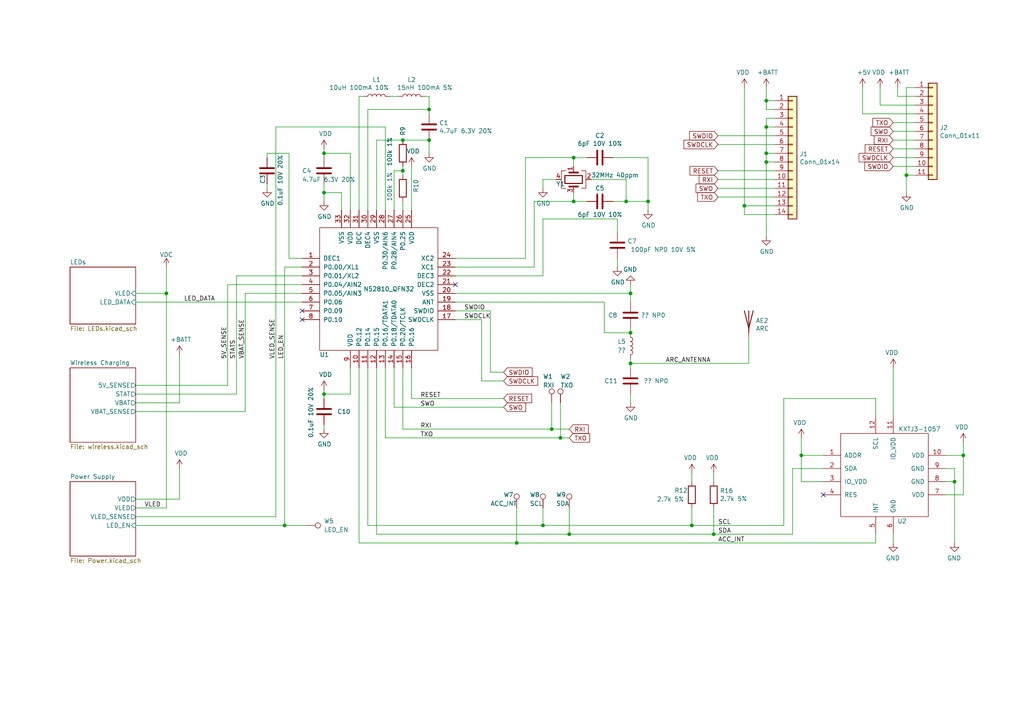
<source format=kicad_sch>
(kicad_sch (version 20211123) (generator eeschema)
  (paper "A4")
  (title_block (title "Pixels D20 Schematic, Main") (date "2021-06-23") (rev "2") (company "Systemic Games, LLC"))
  (lib_symbols
    (symbol "Connector_Generic:Conn_01x11" (pin_names (offset 1.016) hide)
      (property "Reference" "J" (at 0 15.24 0))
      (property "Value" "Conn_01x11" (at 0 -15.24 0))
      (symbol "Conn_01x11_1_1"
        (rectangle (start -1.27 -12.573) (end 0 -12.827) (stroke (width 0.1524)))
        (rectangle (start -1.27 -10.033) (end 0 -10.287) (stroke (width 0.1524)))
        (rectangle (start -1.27 -7.493) (end 0 -7.747) (stroke (width 0.1524)))
        (rectangle (start -1.27 -4.953) (end 0 -5.207) (stroke (width 0.1524)))
        (rectangle (start -1.27 -2.413) (end 0 -2.667) (stroke (width 0.1524)))
        (rectangle (start -1.27 0.127) (end 0 -0.127) (stroke (width 0.1524)))
        (rectangle (start -1.27 2.667) (end 0 2.413) (stroke (width 0.1524)))
        (rectangle (start -1.27 5.207) (end 0 4.953) (stroke (width 0.1524)))
        (rectangle (start -1.27 7.747) (end 0 7.493) (stroke (width 0.1524)))
        (rectangle (start -1.27 10.287) (end 0 10.033) (stroke (width 0.1524)))
        (rectangle (start -1.27 12.827) (end 0 12.573) (stroke (width 0.1524)))
        (rectangle (start -1.27 13.97) (end 1.27 -13.97) (stroke (width 0.254)) (fill (type background)))
        (pin passive line (at -5.08 12.7 0) (length 3.81) (name "Pin_1") (number "1"))
        (pin passive line (at -5.08 -10.16 0) (length 3.81) (name "Pin_10") (number "10"))
        (pin passive line (at -5.08 -12.7 0) (length 3.81) (name "Pin_11") (number "11"))
        (pin passive line (at -5.08 10.16 0) (length 3.81) (name "Pin_2") (number "2"))
        (pin passive line (at -5.08 7.62 0) (length 3.81) (name "Pin_3") (number "3"))
        (pin passive line (at -5.08 5.08 0) (length 3.81) (name "Pin_4") (number "4"))
        (pin passive line (at -5.08 2.54 0) (length 3.81) (name "Pin_5") (number "5"))
        (pin passive line (at -5.08 0 0) (length 3.81) (name "Pin_6") (number "6"))
        (pin passive line (at -5.08 -2.54 0) (length 3.81) (name "Pin_7") (number "7"))
        (pin passive line (at -5.08 -5.08 0) (length 3.81) (name "Pin_8") (number "8"))
        (pin passive line (at -5.08 -7.62 0) (length 3.81) (name "Pin_9") (number "9"))
      )
    )
    (symbol "Connector_Generic:Conn_01x14" (pin_names (offset 1.016) hide)
      (property "Reference" "J" (at 0 17.78 0))
      (property "Value" "Conn_01x14" (at 0 -20.32 0))
      (symbol "Conn_01x14_1_1"
        (rectangle (start -1.27 -17.653) (end 0 -17.907) (stroke (width 0.1524)))
        (rectangle (start -1.27 -15.113) (end 0 -15.367) (stroke (width 0.1524)))
        (rectangle (start -1.27 -12.573) (end 0 -12.827) (stroke (width 0.1524)))
        (rectangle (start -1.27 -10.033) (end 0 -10.287) (stroke (width 0.1524)))
        (rectangle (start -1.27 -7.493) (end 0 -7.747) (stroke (width 0.1524)))
        (rectangle (start -1.27 -4.953) (end 0 -5.207) (stroke (width 0.1524)))
        (rectangle (start -1.27 -2.413) (end 0 -2.667) (stroke (width 0.1524)))
        (rectangle (start -1.27 0.127) (end 0 -0.127) (stroke (width 0.1524)))
        (rectangle (start -1.27 2.667) (end 0 2.413) (stroke (width 0.1524)))
        (rectangle (start -1.27 5.207) (end 0 4.953) (stroke (width 0.1524)))
        (rectangle (start -1.27 7.747) (end 0 7.493) (stroke (width 0.1524)))
        (rectangle (start -1.27 10.287) (end 0 10.033) (stroke (width 0.1524)))
        (rectangle (start -1.27 12.827) (end 0 12.573) (stroke (width 0.1524)))
        (rectangle (start -1.27 15.367) (end 0 15.113) (stroke (width 0.1524)))
        (rectangle (start -1.27 16.51) (end 1.27 -19.05) (stroke (width 0.254)) (fill (type background)))
        (pin passive line (at -5.08 15.24 0) (length 3.81) (name "Pin_1") (number "1"))
        (pin passive line (at -5.08 -7.62 0) (length 3.81) (name "Pin_10") (number "10"))
        (pin passive line (at -5.08 -10.16 0) (length 3.81) (name "Pin_11") (number "11"))
        (pin passive line (at -5.08 -12.7 0) (length 3.81) (name "Pin_12") (number "12"))
        (pin passive line (at -5.08 -15.24 0) (length 3.81) (name "Pin_13") (number "13"))
        (pin passive line (at -5.08 -17.78 0) (length 3.81) (name "Pin_14") (number "14"))
        (pin passive line (at -5.08 12.7 0) (length 3.81) (name "Pin_2") (number "2"))
        (pin passive line (at -5.08 10.16 0) (length 3.81) (name "Pin_3") (number "3"))
        (pin passive line (at -5.08 7.62 0) (length 3.81) (name "Pin_4") (number "4"))
        (pin passive line (at -5.08 5.08 0) (length 3.81) (name "Pin_5") (number "5"))
        (pin passive line (at -5.08 2.54 0) (length 3.81) (name "Pin_6") (number "6"))
        (pin passive line (at -5.08 0 0) (length 3.81) (name "Pin_7") (number "7"))
        (pin passive line (at -5.08 -2.54 0) (length 3.81) (name "Pin_8") (number "8"))
        (pin passive line (at -5.08 -5.08 0) (length 3.81) (name "Pin_9") (number "9"))
      )
    )
    (symbol "Device:Antenna" (pin_numbers hide) (pin_names (offset 1.016) hide)
      (property "Reference" "AE" (at -1.905 1.905 0))
      (property "Value" "Antenna" (at -1.905 0 0))
      (symbol "Antenna_0_1"
        (polyline (pts (xy 0 2.54) (xy 0 -3.81)) (stroke (width 0.254)))
        (polyline (pts (xy 1.27 2.54) (xy 0 -2.54) (xy -1.27 2.54)) (stroke (width 0.254)))
      )
      (symbol "Antenna_1_1"
        (pin input line (at 0 -5.08 90) (length 2.54) (name "A") (number "1"))
      )
    )
    (symbol "Device:C" (pin_numbers hide) (pin_names (offset 0.254))
      (property "Reference" "C" (at 0.635 2.54 0))
      (property "Value" "C" (at 0.635 -2.54 0))
      (symbol "C_0_1"
        (polyline (pts (xy -2.032 -0.762) (xy 2.032 -0.762)) (stroke (width 0.508)))
        (polyline (pts (xy -2.032 0.762) (xy 2.032 0.762)) (stroke (width 0.508)))
      )
      (symbol "C_1_1"
        (pin passive line (at 0 3.81 270) (length 2.794) (name "~") (number "1"))
        (pin passive line (at 0 -3.81 90) (length 2.794) (name "~") (number "2"))
      )
    )
    (symbol "Device:Crystal_GND24" (pin_names (offset 1.016) hide)
      (property "Reference" "Y" (at 3.175 5.08 0))
      (property "Value" "Crystal_GND24" (at 3.175 3.175 0))
      (symbol "Crystal_GND24_0_1"
        (rectangle (start -1.143 2.54) (end 1.143 -2.54) (stroke (width 0.3048)))
        (polyline (pts (xy -2.54 0) (xy -2.032 0)))
        (polyline (pts (xy -2.032 -1.27) (xy -2.032 1.27)) (stroke (width 0.508)))
        (polyline (pts (xy 0 -3.81) (xy 0 -3.556)))
        (polyline (pts (xy 0 3.556) (xy 0 3.81)))
        (polyline (pts (xy 2.032 -1.27) (xy 2.032 1.27)) (stroke (width 0.508)))
        (polyline (pts (xy 2.032 0) (xy 2.54 0)))
        (polyline (pts (xy -2.54 -2.286) (xy -2.54 -3.556) (xy 2.54 -3.556) (xy 2.54 -2.286)))
        (polyline (pts (xy -2.54 2.286) (xy -2.54 3.556) (xy 2.54 3.556) (xy 2.54 2.286)))
      )
      (symbol "Crystal_GND24_1_1"
        (pin passive line (at -3.81 0 0) (length 1.27) (name "1") (number "1"))
        (pin passive line (at 0 5.08 270) (length 1.27) (name "2") (number "2"))
        (pin passive line (at 3.81 0 180) (length 1.27) (name "3") (number "3"))
        (pin passive line (at 0 -5.08 90) (length 1.27) (name "4") (number "4"))
      )
    )
    (symbol "Device:L" (pin_numbers hide) (pin_names (offset 1.016) hide)
      (property "Reference" "L" (at -1.27 0 90))
      (property "Value" "L" (at 1.905 0 90))
      (symbol "L_0_1"
        (arc (start 0 -2.54) (mid 0.635 -1.905) (end 0 -1.27))
        (arc (start 0 -1.27) (mid 0.635 -0.635) (end 0 0))
        (arc (start 0 0) (mid 0.635 0.635) (end 0 1.27))
        (arc (start 0 1.27) (mid 0.635 1.905) (end 0 2.54))
      )
      (symbol "L_1_1"
        (pin passive line (at 0 3.81 270) (length 1.27) (name "1") (number "1"))
        (pin passive line (at 0 -3.81 90) (length 1.27) (name "2") (number "2"))
      )
    )
    (symbol "Device:R" (pin_numbers hide) (pin_names (offset 0))
      (property "Reference" "R" (at 2.032 0 90))
      (property "Value" "R" (at 0 0 90))
      (symbol "R_0_1"
        (rectangle (start -1.016 -2.54) (end 1.016 2.54) (stroke (width 0.254)))
      )
      (symbol "R_1_1"
        (pin passive line (at 0 3.81 270) (length 1.27) (name "~") (number "1"))
        (pin passive line (at 0 -3.81 90) (length 1.27) (name "~") (number "2"))
      )
    )
    (symbol "Pixels-dice:KXTJ3-1057" (pin_names (offset 1.016))
      (property "Reference" "U" (at 10.16 -12.7 0))
      (property "Value" "KXTJ3-1057" (at 8.89 13.97 0))
      (symbol "KXTJ3-1057_0_1"
        (rectangle (start -12.7 12.7) (end 12.7 -11.43))
      )
      (symbol "KXTJ3-1057_1_1"
        (pin input line (at -17.78 6.35 0) (length 5.08) (name "ADDR") (number "1"))
        (pin power_in line (at 17.78 6.35 180) (length 5.08) (name "VDD") (number "10"))
        (pin power_in line (at 2.54 17.78 270) (length 5.08) (name "IO_VDD") (number "11"))
        (pin input line (at -2.54 17.78 270) (length 5.08) (name "SCL") (number "12"))
        (pin bidirectional line (at -17.78 2.54 0) (length 5.08) (name "SDA") (number "2"))
        (pin power_in line (at -17.78 -1.27 0) (length 5.08) (name "IO_VDD") (number "3"))
        (pin passive line (at -17.78 -5.08 0) (length 5.08) (name "RES") (number "4"))
        (pin output line (at -2.54 -16.51 90) (length 5.08) (name "INT") (number "5"))
        (pin power_in line (at 2.54 -16.51 90) (length 5.08) (name "GND") (number "6"))
        (pin power_in line (at 17.78 -5.08 180) (length 5.08) (name "VDD") (number "7"))
        (pin power_in line (at 17.78 -1.27 180) (length 5.08) (name "GND") (number "8"))
        (pin power_in line (at 17.78 2.54 180) (length 5.08) (name "GND") (number "9"))
      )
    )
    (symbol "Pixels-dice:N52810_QFN32" (pin_names (offset 1.016))
      (property "Reference" "U" (at 13.97 -19.05 0))
      (property "Value" "N52810_QFN32" (at 2.54 0 0))
      (symbol "N52810_QFN32_0_1"
        (rectangle (start -17.78 17.78) (end 16.51 -17.78))
      )
      (symbol "N52810_QFN32_1_1"
        (pin power_out line (at -22.86 8.89 0) (length 5.08) (name "DEC1") (number "1"))
        (pin bidirectional line (at -6.35 -22.86 90) (length 5.08) (name "P0.12") (number "10"))
        (pin bidirectional line (at -3.81 -22.86 90) (length 5.08) (name "P0.14") (number "11"))
        (pin bidirectional line (at -1.27 -22.86 90) (length 5.08) (name "P0.15") (number "12"))
        (pin bidirectional line (at 1.27 -22.86 90) (length 5.08) (name "P0.16/TDATA1") (number "13"))
        (pin bidirectional line (at 3.81 -22.86 90) (length 5.08) (name "P0.18/TDATA0") (number "14"))
        (pin bidirectional line (at 6.35 -22.86 90) (length 5.08) (name "P0.20/TCLK") (number "15"))
        (pin bidirectional line (at 8.89 -22.86 90) (length 5.08) (name "P0.16") (number "16"))
        (pin bidirectional line (at 21.59 -8.89 180) (length 5.08) (name "SWDCLK") (number "17"))
        (pin bidirectional line (at 21.59 -6.35 180) (length 5.08) (name "SWDIO") (number "18"))
        (pin output line (at 21.59 -3.81 180) (length 5.08) (name "ANT") (number "19"))
        (pin bidirectional line (at -22.86 6.35 0) (length 5.08) (name "P0.00/XL1") (number "2"))
        (pin output line (at 21.59 -1.27 180) (length 5.08) (name "VSS") (number "20"))
        (pin output line (at 21.59 1.27 180) (length 5.08) (name "DEC2") (number "21"))
        (pin output line (at 21.59 3.81 180) (length 5.08) (name "DEC3") (number "22"))
        (pin output line (at 21.59 6.35 180) (length 5.08) (name "XC1") (number "23"))
        (pin input line (at 21.59 8.89 180) (length 5.08) (name "XC2") (number "24"))
        (pin power_in line (at 8.89 22.86 270) (length 5.08) (name "VDD") (number "25"))
        (pin bidirectional line (at 6.35 22.86 270) (length 5.08) (name "P0.25") (number "26"))
        (pin bidirectional line (at 3.81 22.86 270) (length 5.08) (name "P0.28/AIN4") (number "27"))
        (pin bidirectional line (at 1.27 22.86 270) (length 5.08) (name "P0.30/AIN6") (number "28"))
        (pin power_in line (at -1.27 22.86 270) (length 5.08) (name "VSS") (number "29"))
        (pin bidirectional line (at -22.86 3.81 0) (length 5.08) (name "P0.01/XL2") (number "3"))
        (pin output line (at -3.81 22.86 270) (length 5.08) (name "DEC4") (number "30"))
        (pin output line (at -6.35 22.86 270) (length 5.08) (name "DCC") (number "31"))
        (pin power_in line (at -8.89 22.86 270) (length 5.08) (name "VDD") (number "32"))
        (pin power_in line (at -11.43 22.86 270) (length 5.08) (name "VSS") (number "33"))
        (pin bidirectional line (at -22.86 1.27 0) (length 5.08) (name "P0.04/AIN2") (number "4"))
        (pin bidirectional line (at -22.86 -1.27 0) (length 5.08) (name "P0.05/AIN3") (number "5"))
        (pin bidirectional line (at -22.86 -3.81 0) (length 5.08) (name "P0.06") (number "6"))
        (pin bidirectional line (at -22.86 -6.35 0) (length 5.08) (name "P0.09") (number "7"))
        (pin bidirectional line (at -22.86 -8.89 0) (length 5.08) (name "P0.10") (number "8"))
        (pin power_in line (at -8.89 -22.86 90) (length 5.08) (name "VDD") (number "9"))
      )
    )
    (symbol "Pixels-dice:TEST_1P-conn" (pin_numbers hide) (pin_names (offset 0.762) hide)
      (property "Reference" "W" (at 0 6.858 0))
      (property "Value" "TEST_1P-conn" (at 0 5.08 0))
      (symbol "TEST_1P-conn_0_1"
        (circle (center 0 3.302) (radius 0.762))
      )
      (symbol "TEST_1P-conn_1_1"
        (pin passive line (at 0 0 90) (length 2.54) (name "1") (number "1"))
      )
    )
    (symbol "power:+5V" (power) (pin_names (offset 0))
      (property "Value" "+5V" (at 0 3.556 0))
      (symbol "+5V_0_1"
        (polyline (pts (xy -0.762 1.27) (xy 0 2.54)))
        (polyline (pts (xy 0 0) (xy 0 2.54)))
        (polyline (pts (xy 0 2.54) (xy 0.762 1.27)))
      )
      (symbol "+5V_1_1"
        (pin power_in line (at 0 0 90) (length 0) hide (name "+5V") (number "1"))
      )
    )
    (symbol "power:+BATT" (power) (pin_names (offset 0))
      (property "Value" "+BATT" (at 0 3.556 0))
      (symbol "+BATT_0_1"
        (polyline (pts (xy -0.762 1.27) (xy 0 2.54)))
        (polyline (pts (xy 0 0) (xy 0 2.54)))
        (polyline (pts (xy 0 2.54) (xy 0.762 1.27)))
      )
      (symbol "+BATT_1_1"
        (pin power_in line (at 0 0 90) (length 0) hide (name "+BATT") (number "1"))
      )
    )
    (symbol "power:GND" (power) (pin_names (offset 0))
      (property "Value" "GND" (at 0 -3.81 0))
      (symbol "GND_0_1"
        (polyline (pts (xy 0 0) (xy 0 -1.27) (xy 1.27 -1.27) (xy 0 -2.54) (xy -1.27 -1.27) (xy 0 -1.27)))
      )
      (symbol "GND_1_1"
        (pin power_in line (at 0 0 270) (length 0) hide (name "GND") (number "1"))
      )
    )
    (symbol "power:VDC" (power) (pin_names (offset 0))
      (property "Value" "VDC" (at 0 6.35 0))
      (symbol "VDC_0_1"
        (polyline (pts (xy -0.762 1.27) (xy 0 2.54)))
        (polyline (pts (xy 0 0) (xy 0 2.54)))
        (polyline (pts (xy 0 2.54) (xy 0.762 1.27)))
      )
      (symbol "VDC_1_1"
        (pin power_in line (at 0 0 90) (length 0) hide (name "VDC") (number "1"))
      )
    )
    (symbol "power:VDD" (power) (pin_names (offset 0))
      (property "Value" "VDD" (at 0 3.81 0))
      (symbol "VDD_0_1"
        (polyline (pts (xy -0.762 1.27) (xy 0 2.54)))
        (polyline (pts (xy 0 0) (xy 0 2.54)))
        (polyline (pts (xy 0 2.54) (xy 0.762 1.27)))
      )
      (symbol "VDD_1_1"
        (pin power_in line (at 0 0 90) (length 0) hide (name "VDD") (number "1"))
      )
    )
  )
  (junction (at 279.4 132.08))
  (junction (at 182.88 96.52))
  (junction (at 181.61 58.42))
  (junction (at 276.86 139.7))
  (junction (at 93.98 55.88))
  (junction (at 93.98 44.45))
  (junction (at 124.46 40.64))
  (junction (at 116.84 49.53))
  (junction (at 262.89 50.8))
  (junction (at 166.37 58.42))
  (junction (at 149.86 157.48))
  (junction (at 165.1 154.94))
  (junction (at 207.01 154.94))
  (junction (at 222.25 36.83))
  (junction (at 93.98 114.3))
  (junction (at 124.46 31.75))
  (junction (at 182.88 85.09))
  (junction (at 182.88 105.41))
  (junction (at 82.55 152.4))
  (junction (at 222.25 44.45))
  (junction (at 116.84 40.64))
  (junction (at 222.25 29.21))
  (junction (at 187.96 58.42))
  (junction (at 222.25 46.99))
  (junction (at 48.26 85.09))
  (junction (at 162.56 127))
  (junction (at 232.41 132.08))
  (junction (at 215.9 59.69))
  (junction (at 157.48 152.4))
  (junction (at 160.02 124.46))
  (junction (at 200.66 152.4))
  (junction (at 166.37 45.72))
  (no_connect (at 87.63 92.71))
  (no_connect (at 132.08 82.55))
  (no_connect (at 87.63 90.17))
  (no_connect (at 238.76 143.51))
  (wire (pts (xy 99.06 55.88) (xy 93.98 55.88)))
  (wire (pts (xy 99.06 60.96) (xy 99.06 55.88)))
  (wire (pts (xy 222.25 34.29) (xy 222.25 36.83)))
  (wire (pts (xy 207.01 137.16) (xy 207.01 139.7)))
  (wire (pts (xy 149.86 147.32) (xy 149.86 157.48)))
  (wire (pts (xy 109.22 40.64) (xy 109.22 60.96)))
  (wire (pts (xy 181.61 52.07) (xy 181.61 58.42)))
  (wire (pts (xy 250.19 25.4) (xy 250.19 33.02)))
  (wire (pts (xy 68.58 80.01) (xy 68.58 114.3)))
  (wire (pts (xy 154.94 77.47) (xy 154.94 58.42)))
  (wire (pts (xy 93.98 44.45) (xy 93.98 45.72)))
  (wire (pts (xy 232.41 139.7) (xy 232.41 132.08)))
  (wire (pts (xy 279.4 143.51) (xy 274.32 143.51)))
  (wire (pts (xy 101.6 44.45) (xy 93.98 44.45)))
  (wire (pts (xy 177.8 58.42) (xy 181.61 58.42)))
  (wire (pts (xy 157.48 80.01) (xy 132.08 80.01)))
  (wire (pts (xy 139.7 110.49) (xy 146.05 110.49)))
  (wire (pts (xy 132.08 74.93) (xy 152.4 74.93)))
  (wire (pts (xy 238.76 135.89) (xy 229.87 135.89)))
  (wire (pts (xy 207.01 147.32) (xy 207.01 154.94)))
  (wire (pts (xy 187.96 45.72) (xy 187.96 58.42)))
  (wire (pts (xy 224.79 46.99) (xy 222.25 46.99)))
  (wire (pts (xy 160.02 124.46) (xy 165.1 124.46)))
  (wire (pts (xy 166.37 45.72) (xy 170.18 45.72)))
  (wire (pts (xy 259.08 154.94) (xy 259.08 157.48)))
  (wire (pts (xy 39.37 114.3) (xy 68.58 114.3)))
  (wire (pts (xy 255.27 30.48) (xy 265.43 30.48)))
  (wire (pts (xy 132.08 87.63) (xy 175.26 87.63)))
  (wire (pts (xy 208.28 41.91) (xy 224.79 41.91)))
  (wire (pts (xy 39.37 147.32) (xy 48.26 147.32)))
  (wire (pts (xy 215.9 59.69) (xy 215.9 62.23)))
  (wire (pts (xy 116.84 124.46) (xy 116.84 106.68)))
  (wire (pts (xy 162.56 127) (xy 165.1 127)))
  (wire (pts (xy 260.35 25.4) (xy 260.35 27.94)))
  (wire (pts (xy 80.01 36.83) (xy 111.76 36.83)))
  (wire (pts (xy 111.76 36.83) (xy 111.76 60.96)))
  (wire (pts (xy 262.89 25.4) (xy 262.89 50.8)))
  (wire (pts (xy 124.46 40.64) (xy 124.46 44.45)))
  (wire (pts (xy 39.37 111.76) (xy 66.04 111.76)))
  (wire (pts (xy 93.98 114.3) (xy 93.98 115.57)))
  (wire (pts (xy 132.08 85.09) (xy 182.88 85.09)))
  (wire (pts (xy 259.08 40.64) (xy 265.43 40.64)))
  (wire (pts (xy 149.86 157.48) (xy 254 157.48)))
  (wire (pts (xy 66.04 82.55) (xy 66.04 111.76)))
  (wire (pts (xy 224.79 59.69) (xy 215.9 59.69)))
  (wire (pts (xy 274.32 139.7) (xy 276.86 139.7)))
  (wire (pts (xy 175.26 96.52) (xy 182.88 96.52)))
  (wire (pts (xy 152.4 74.93) (xy 152.4 45.72)))
  (wire (pts (xy 217.17 105.41) (xy 217.17 97.79)))
  (wire (pts (xy 106.68 106.68) (xy 106.68 152.4)))
  (wire (pts (xy 182.88 104.14) (xy 182.88 105.41)))
  (wire (pts (xy 132.08 90.17) (xy 142.24 90.17)))
  (wire (pts (xy 114.3 106.68) (xy 114.3 118.11)))
  (wire (pts (xy 101.6 60.96) (xy 101.6 44.45)))
  (wire (pts (xy 254 120.65) (xy 254 115.57)))
  (wire (pts (xy 222.25 31.75) (xy 224.79 31.75)))
  (wire (pts (xy 93.98 114.3) (xy 93.98 113.03)))
  (wire (pts (xy 142.24 107.95) (xy 146.05 107.95)))
  (wire (pts (xy 222.25 29.21) (xy 222.25 31.75)))
  (wire (pts (xy 161.29 52.07) (xy 157.48 52.07)))
  (wire (pts (xy 160.02 116.84) (xy 160.02 124.46)))
  (wire (pts (xy 259.08 45.72) (xy 265.43 45.72)))
  (wire (pts (xy 222.25 44.45) (xy 222.25 46.99)))
  (wire (pts (xy 124.46 31.75) (xy 124.46 33.02)))
  (wire (pts (xy 52.07 144.78) (xy 52.07 135.89)))
  (wire (pts (xy 104.14 60.96) (xy 104.14 27.94)))
  (wire (pts (xy 114.3 60.96) (xy 114.3 49.53)))
  (wire (pts (xy 39.37 87.63) (xy 87.63 87.63)))
  (wire (pts (xy 123.19 27.94) (xy 124.46 27.94)))
  (wire (pts (xy 124.46 31.75) (xy 106.68 31.75)))
  (wire (pts (xy 165.1 154.94) (xy 207.01 154.94)))
  (wire (pts (xy 208.28 49.53) (xy 224.79 49.53)))
  (wire (pts (xy 232.41 132.08) (xy 238.76 132.08)))
  (wire (pts (xy 177.8 45.72) (xy 187.96 45.72)))
  (wire (pts (xy 222.25 36.83) (xy 222.25 44.45)))
  (wire (pts (xy 39.37 85.09) (xy 48.26 85.09)))
  (wire (pts (xy 274.32 135.89) (xy 276.86 135.89)))
  (wire (pts (xy 279.4 132.08) (xy 279.4 143.51)))
  (wire (pts (xy 114.3 49.53) (xy 116.84 49.53)))
  (wire (pts (xy 154.94 58.42) (xy 166.37 58.42)))
  (wire (pts (xy 232.41 132.08) (xy 232.41 127)))
  (wire (pts (xy 101.6 114.3) (xy 93.98 114.3)))
  (wire (pts (xy 111.76 127) (xy 162.56 127)))
  (wire (pts (xy 227.33 115.57) (xy 227.33 152.4)))
  (wire (pts (xy 276.86 139.7) (xy 276.86 157.48)))
  (wire (pts (xy 82.55 77.47) (xy 82.55 152.4)))
  (wire (pts (xy 200.66 137.16) (xy 200.66 139.7)))
  (wire (pts (xy 88.9 152.4) (xy 82.55 152.4)))
  (wire (pts (xy 222.25 34.29) (xy 224.79 34.29)))
  (wire (pts (xy 166.37 58.42) (xy 170.18 58.42)))
  (wire (pts (xy 215.9 62.23) (xy 224.79 62.23)))
  (wire (pts (xy 222.25 46.99) (xy 222.25 68.58)))
  (wire (pts (xy 182.88 82.55) (xy 182.88 85.09)))
  (wire (pts (xy 116.84 124.46) (xy 160.02 124.46)))
  (wire (pts (xy 179.07 63.5) (xy 179.07 67.31)))
  (wire (pts (xy 262.89 55.88) (xy 262.89 50.8)))
  (wire (pts (xy 259.08 48.26) (xy 265.43 48.26)))
  (wire (pts (xy 119.38 106.68) (xy 119.38 115.57)))
  (wire (pts (xy 208.28 57.15) (xy 224.79 57.15)))
  (wire (pts (xy 157.48 152.4) (xy 200.66 152.4)))
  (wire (pts (xy 152.4 45.72) (xy 166.37 45.72)))
  (wire (pts (xy 39.37 144.78) (xy 52.07 144.78)))
  (wire (pts (xy 259.08 38.1) (xy 265.43 38.1)))
  (wire (pts (xy 39.37 119.38) (xy 71.12 119.38)))
  (wire (pts (xy 124.46 27.94) (xy 124.46 31.75)))
  (wire (pts (xy 48.26 85.09) (xy 48.26 147.32)))
  (wire (pts (xy 82.55 77.47) (xy 87.63 77.47)))
  (wire (pts (xy 200.66 152.4) (xy 227.33 152.4)))
  (wire (pts (xy 109.22 154.94) (xy 165.1 154.94)))
  (wire (pts (xy 119.38 48.26) (xy 119.38 60.96)))
  (wire (pts (xy 82.55 152.4) (xy 39.37 152.4)))
  (wire (pts (xy 208.28 54.61) (xy 224.79 54.61)))
  (wire (pts (xy 87.63 82.55) (xy 66.04 82.55)))
  (wire (pts (xy 116.84 58.42) (xy 116.84 60.96)))
  (wire (pts (xy 182.88 105.41) (xy 182.88 106.68)))
  (wire (pts (xy 116.84 40.64) (xy 124.46 40.64)))
  (wire (pts (xy 104.14 27.94) (xy 105.41 27.94)))
  (wire (pts (xy 250.19 33.02) (xy 265.43 33.02)))
  (wire (pts (xy 260.35 27.94) (xy 265.43 27.94)))
  (wire (pts (xy 87.63 80.01) (xy 68.58 80.01)))
  (wire (pts (xy 104.14 157.48) (xy 149.86 157.48)))
  (wire (pts (xy 139.7 92.71) (xy 139.7 110.49)))
  (wire (pts (xy 39.37 149.86) (xy 80.01 149.86)))
  (wire (pts (xy 171.45 52.07) (xy 181.61 52.07)))
  (wire (pts (xy 93.98 44.45) (xy 93.98 43.18)))
  (wire (pts (xy 93.98 55.88) (xy 93.98 58.42)))
  (wire (pts (xy 48.26 85.09) (xy 48.26 77.47)))
  (wire (pts (xy 175.26 87.63) (xy 175.26 96.52)))
  (wire (pts (xy 132.08 92.71) (xy 139.7 92.71)))
  (wire (pts (xy 165.1 147.32) (xy 165.1 154.94)))
  (wire (pts (xy 229.87 135.89) (xy 229.87 154.94)))
  (wire (pts (xy 224.79 44.45) (xy 222.25 44.45)))
  (wire (pts (xy 77.47 53.34) (xy 77.47 54.61)))
  (wire (pts (xy 146.05 115.57) (xy 119.38 115.57)))
  (wire (pts (xy 265.43 25.4) (xy 262.89 25.4)))
  (wire (pts (xy 116.84 49.53) (xy 116.84 50.8)))
  (wire (pts (xy 222.25 25.4) (xy 222.25 29.21)))
  (wire (pts (xy 162.56 116.84) (xy 162.56 127)))
  (wire (pts (xy 157.48 147.32) (xy 157.48 152.4)))
  (wire (pts (xy 83.82 44.45) (xy 77.47 44.45)))
  (wire (pts (xy 182.88 95.25) (xy 182.88 96.52)))
  (wire (pts (xy 182.88 105.41) (xy 217.17 105.41)))
  (wire (pts (xy 142.24 90.17) (xy 142.24 107.95)))
  (wire (pts (xy 109.22 40.64) (xy 116.84 40.64)))
  (wire (pts (xy 279.4 128.27) (xy 279.4 132.08)))
  (wire (pts (xy 87.63 74.93) (xy 83.82 74.93)))
  (wire (pts (xy 93.98 53.34) (xy 93.98 55.88)))
  (wire (pts (xy 157.48 63.5) (xy 157.48 80.01)))
  (wire (pts (xy 254 154.94) (xy 254 157.48)))
  (wire (pts (xy 106.68 31.75) (xy 106.68 60.96)))
  (wire (pts (xy 71.12 85.09) (xy 71.12 119.38)))
  (wire (pts (xy 181.61 58.42) (xy 187.96 58.42)))
  (wire (pts (xy 83.82 74.93) (xy 83.82 44.45)))
  (wire (pts (xy 259.08 43.18) (xy 265.43 43.18)))
  (wire (pts (xy 207.01 154.94) (xy 229.87 154.94)))
  (wire (pts (xy 255.27 25.4) (xy 255.27 30.48)))
  (wire (pts (xy 116.84 48.26) (xy 116.84 49.53)))
  (wire (pts (xy 259.08 35.56) (xy 265.43 35.56)))
  (wire (pts (xy 80.01 36.83) (xy 80.01 149.86)))
  (wire (pts (xy 39.37 116.84) (xy 52.07 116.84)))
  (wire (pts (xy 182.88 85.09) (xy 182.88 87.63)))
  (wire (pts (xy 104.14 106.68) (xy 104.14 157.48)))
  (wire (pts (xy 179.07 74.93) (xy 179.07 77.47)))
  (wire (pts (xy 157.48 52.07) (xy 157.48 54.61)))
  (wire (pts (xy 113.03 27.94) (xy 115.57 27.94)))
  (wire (pts (xy 187.96 58.42) (xy 187.96 60.96)))
  (wire (pts (xy 166.37 55.88) (xy 166.37 58.42)))
  (wire (pts (xy 208.28 39.37) (xy 224.79 39.37)))
  (wire (pts (xy 166.37 48.26) (xy 166.37 45.72)))
  (wire (pts (xy 279.4 132.08) (xy 274.32 132.08)))
  (wire (pts (xy 254 115.57) (xy 227.33 115.57)))
  (wire (pts (xy 179.07 63.5) (xy 157.48 63.5)))
  (wire (pts (xy 238.76 139.7) (xy 232.41 139.7)))
  (wire (pts (xy 146.05 118.11) (xy 114.3 118.11)))
  (wire (pts (xy 262.89 50.8) (xy 265.43 50.8)))
  (wire (pts (xy 77.47 44.45) (xy 77.47 45.72)))
  (wire (pts (xy 224.79 36.83) (xy 222.25 36.83)))
  (wire (pts (xy 111.76 127) (xy 111.76 106.68)))
  (wire (pts (xy 109.22 106.68) (xy 109.22 154.94)))
  (wire (pts (xy 215.9 25.4) (xy 215.9 59.69)))
  (wire (pts (xy 276.86 135.89) (xy 276.86 139.7)))
  (wire (pts (xy 259.08 106.68) (xy 259.08 120.65)))
  (wire (pts (xy 182.88 114.3) (xy 182.88 116.84)))
  (wire (pts (xy 222.25 29.21) (xy 224.79 29.21)))
  (wire (pts (xy 132.08 77.47) (xy 154.94 77.47)))
  (wire (pts (xy 200.66 147.32) (xy 200.66 152.4)))
  (wire (pts (xy 101.6 106.68) (xy 101.6 114.3)))
  (wire (pts (xy 52.07 102.87) (xy 52.07 116.84)))
  (wire (pts (xy 87.63 85.09) (xy 71.12 85.09)))
  (wire (pts (xy 208.28 52.07) (xy 224.79 52.07)))
  (wire (pts (xy 106.68 152.4) (xy 157.48 152.4)))
  (wire (pts (xy 93.98 123.19) (xy 93.98 124.46)))
  (label "VLED_SENSE" (at 80.01 104.14 90))
  (label "TXO" (at 121.92 127 0))
  (label "ACC_INT" (at 208.28 157.48 0))
  (label "SWDCLK" (at 134.62 92.71 0))
  (label "VBAT_SENSE" (at 71.12 104.14 90))
  (label "5V_SENSE" (at 66.04 104.14 90))
  (label "SDA" (at 208.28 154.94 0))
  (label "LED_EN" (at 82.55 104.14 90))
  (label "ARC_ANTENNA" (at 193.04 105.41 0))
  (label "RXI" (at 121.92 124.46 0))
  (label "SWDIO" (at 134.62 90.17 0))
  (label "SWO" (at 121.92 118.11 0))
  (label "LED_DATA" (at 53.34 87.63 0))
  (label "RESET" (at 121.92 115.57 0))
  (label "SCL" (at 208.28 152.4 0))
  (label "VLED" (at 41.91 147.32 0))
  (label "STATS" (at 68.58 104.14 90))
  (global_label "TXO" (shape input) (at 165.1 127 0) (property "Intersheet References" "${INTERSHEET_REFS}" (effects hide)))
  (global_label "RXI" (shape input) (at 259.08 40.64 180) (property "Intersheet References" "${INTERSHEET_REFS}" (effects hide)))
  (global_label "RESET" (shape input) (at 259.08 43.18 180) (property "Intersheet References" "${INTERSHEET_REFS}" (effects hide)))
  (global_label "RESET" (shape input) (at 208.28 49.53 180) (property "Intersheet References" "${INTERSHEET_REFS}" (effects hide)))
  (global_label "SWDIO" (shape input) (at 146.05 107.95 0) (property "Intersheet References" "${INTERSHEET_REFS}" (effects hide)))
  (global_label "RXI" (shape input) (at 208.28 52.07 180) (property "Intersheet References" "${INTERSHEET_REFS}" (effects hide)))
  (global_label "SWDCLK" (shape input) (at 259.08 45.72 180) (property "Intersheet References" "${INTERSHEET_REFS}" (effects hide)))
  (global_label "TXO" (shape input) (at 259.08 35.56 180) (property "Intersheet References" "${INTERSHEET_REFS}" (effects hide)))
  (global_label "SWO" (shape input) (at 146.05 118.11 0) (property "Intersheet References" "${INTERSHEET_REFS}" (effects hide)))
  (global_label "SWDCLK" (shape input) (at 146.05 110.49 0) (property "Intersheet References" "${INTERSHEET_REFS}" (effects hide)))
  (global_label "TXO" (shape input) (at 208.28 57.15 180) (property "Intersheet References" "${INTERSHEET_REFS}" (effects hide)))
  (global_label "RESET" (shape input) (at 146.05 115.57 0) (property "Intersheet References" "${INTERSHEET_REFS}" (effects hide)))
  (global_label "SWDIO" (shape input) (at 259.08 48.26 180) (property "Intersheet References" "${INTERSHEET_REFS}" (effects hide)))
  (global_label "SWO" (shape input) (at 208.28 54.61 180) (property "Intersheet References" "${INTERSHEET_REFS}" (effects hide)))
  (global_label "RXI" (shape input) (at 165.1 124.46 0) (property "Intersheet References" "${INTERSHEET_REFS}" (effects hide)))
  (global_label "SWDCLK" (shape input) (at 208.28 41.91 180) (property "Intersheet References" "${INTERSHEET_REFS}" (effects hide)))
  (global_label "SWO" (shape input) (at 259.08 38.1 180) (property "Intersheet References" "${INTERSHEET_REFS}" (effects hide)))
  (global_label "SWDIO" (shape input) (at 208.28 39.37 180) (property "Intersheet References" "${INTERSHEET_REFS}" (effects hide)))
  (symbol (lib_id "power:GND") (at 93.98 124.46 0) (unit 1)
    (property "Reference" "#PWR016" (effects hide))
    (property "Value" "GND" (at 94.107 128.8542 0))
  )
  (symbol (lib_id "power:VDD") (at 93.98 113.03 0) (unit 1)
    (property "Reference" "#PWR014" (effects hide))
    (property "Value" "VDD" (at 94.4118 108.6358 0))
  )
  (symbol (lib_id "Device:C") (at 93.98 119.38 0) (unit 1)
    (property "Reference" "C10" (at 97.79 119.38 0) (effects (justify left)))
    (property "Value" "0.1uF 10V 20%" (at 90.17 127 90) (effects (justify left)))
    (property "Footprint" "Capacitor_SMD:C_0402_1005Metric" (effects hide))
    (property "Generic OK" "YES" (effects hide))
    (property "Pixels Part Number" "SMD-C005" (effects hide))
    (property "Manufacturer" "Murata" (effects hide))
    (property "Manufacturer Part Number" "GRM155R61H104KE19D" (effects hide))
  )
  (symbol (lib_id "power:GND") (at 93.98 58.42 0) (unit 1)
    (property "Reference" "#PWR08" (effects hide))
    (property "Value" "GND" (at 94.107 62.8142 0))
  )
  (symbol (lib_id "power:VDD") (at 93.98 43.18 0) (unit 1)
    (property "Reference" "#PWR01" (effects hide))
    (property "Value" "VDD" (at 94.4118 38.7858 0))
  )
  (symbol (lib_id "Device:C") (at 93.98 49.53 0) (unit 1)
    (property "Reference" "C4" (at 87.63 49.53 0) (effects (justify left)))
    (property "Value" "4.7uF 6.3V 20%" (at 87.63 52.07 0) (effects (justify left)))
    (property "Footprint" "Capacitor_SMD:C_0402_1005Metric" (effects hide))
    (property "Generic OK" "YES" (effects hide))
    (property "Pixels Part Number" "SMD-C002" (effects hide))
    (property "Manufacturer" "Murata" (effects hide))
    (property "Manufacturer Part Number" "GRM155R60J475ME87D" (effects hide))
  )
  (symbol (lib_id "power:GND") (at 77.47 54.61 0) (unit 1)
    (property "Reference" "#PWR05" (effects hide))
    (property "Value" "GND" (at 77.597 59.0042 0))
  )
  (symbol (lib_id "Device:C") (at 77.47 49.53 0) (unit 1)
    (property "Reference" "C3" (at 76.2 53.34 90) (effects (justify left)))
    (property "Value" "0.1uF 10V 20%" (at 81.28 59.69 90) (effects (justify left)))
    (property "Footprint" "Capacitor_SMD:C_0402_1005Metric" (effects hide))
    (property "Generic OK" "YES" (effects hide))
    (property "Pixels Part Number" "SMD-C005" (effects hide))
    (property "Manufacturer" "Murata" (effects hide))
    (property "Manufacturer Part Number" "GRM155R61H104KE19D" (effects hide))
  )
  (symbol (lib_id "Device:L") (at 109.22 27.94 90) (unit 1)
    (property "Reference" "L1" (at 109.22 23.114 90))
    (property "Value" "10uH 100mA 10%" (at 104.14 25.4 90))
    (property "Footprint" "Inductor_SMD:L_0805_2012Metric" (effects hide))
    (property "Generic OK" "YES" (effects hide))
    (property "Pixels Part Number" "SMD-L001" (effects hide))
    (property "Manufacturer" "Taiyo Yuden" (effects hide))
    (property "Manufacturer Part Number" "LBR2012T100K" (effects hide))
  )
  (symbol (lib_id "Device:L") (at 119.38 27.94 90) (unit 1)
    (property "Reference" "L2" (at 119.38 23.114 90))
    (property "Value" "15nH 100mA 5%" (at 123.19 25.4 90))
    (property "Footprint" "Inductor_SMD:L_0402_1005Metric" (effects hide))
    (property "Generic OK" "YES" (effects hide))
    (property "Pixels Part Number" "SMD-L002" (effects hide))
    (property "Manufacturer" "Taiyo Yuden" (effects hide))
    (property "Manufacturer Part Number" "HK100515NJ-T" (effects hide))
  )
  (symbol (lib_id "Device:C") (at 124.46 36.83 0) (unit 1)
    (property "Reference" "C1" (at 127.381 35.6616 0) (effects (justify left)))
    (property "Value" "4.7uF 6.3V 20%" (at 127.381 37.973 0) (effects (justify left)))
    (property "Footprint" "Capacitor_SMD:C_0402_1005Metric" (effects hide))
    (property "Generic OK" "YES" (effects hide))
    (property "Pixels Part Number" "SMD-C002" (effects hide))
    (property "Manufacturer" "Murata" (effects hide))
    (property "Manufacturer Part Number" "GRM155R60J475ME87D" (effects hide))
  )
  (symbol (lib_id "power:GND") (at 124.46 44.45 0) (unit 1)
    (property "Reference" "#PWR03" (effects hide))
    (property "Value" "GND" (at 124.587 48.8442 0))
  )
  (symbol (lib_id "Device:Crystal_GND24") (at 166.37 52.07 270) (unit 1)
    (property "Reference" "Y1" (at 161.29 53.34 90) (effects (justify left)))
    (property "Value" "32MHz 40ppm" (at 171.45 50.8 90) (effects (justify left)))
    (property "Footprint" "Pixels-dice:Crystal_SMD_2016-4Pin_2.0x1.6mm" (effects hide))
    (property "Generic OK" "YES" (effects hide))
    (property "Manufacturer" "Murata" (effects hide))
    (property "Manufacturer Part Number" "XRCGB32M000F2P00R0" (effects hide))
    (property "Pixels Part Number" "SMD-Y001" (effects hide))
  )
  (symbol (lib_id "Device:C") (at 173.99 45.72 270) (unit 1)
    (property "Reference" "C2" (at 173.99 39.3192 90))
    (property "Value" "6pF 10V 10%" (at 173.99 41.6306 90))
    (property "Footprint" "Capacitor_SMD:C_0402_1005Metric" (effects hide))
    (property "Generic OK" "YES" (effects hide))
    (property "Pixels Part Number" "SMD-C001" (effects hide))
    (property "Manufacturer" "Murata" (effects hide))
    (property "Manufacturer Part Number" "GCM1555C1H6R0DA16D" (effects hide))
  )
  (symbol (lib_id "Device:C") (at 173.99 58.42 270) (unit 1)
    (property "Reference" "C5" (at 173.99 54.61 90))
    (property "Value" "6pF 10V 10%" (at 173.99 62.23 90))
    (property "Footprint" "Capacitor_SMD:C_0402_1005Metric" (effects hide))
    (property "Generic OK" "YES" (effects hide))
    (property "Pixels Part Number" "SMD-C001" (effects hide))
    (property "Manufacturer" "Murata" (effects hide))
    (property "Manufacturer Part Number" "GCM1555C1H6R0DA16D" (effects hide))
  )
  (symbol (lib_id "power:GND") (at 187.96 60.96 0) (unit 1)
    (property "Reference" "#PWR09" (effects hide))
    (property "Value" "GND" (at 188.087 65.3542 0))
  )
  (symbol (lib_id "power:GND") (at 179.07 77.47 0) (unit 1)
    (property "Reference" "#PWR011" (effects hide))
    (property "Value" "GND" (at 179.197 81.8642 0))
  )
  (symbol (lib_id "Device:C") (at 179.07 71.12 0) (unit 1)
    (property "Reference" "C7" (at 181.991 69.9516 0) (effects (justify left)))
    (property "Value" "100pF NP0 10V 5%" (at 182.88 72.39 0) (effects (justify left)))
    (property "Footprint" "Capacitor_SMD:C_0402_1005Metric" (effects hide))
    (property "Generic OK" "YES" (effects hide))
    (property "Pixels Part Number" "SMD-C003" (effects hide))
    (property "Manufacturer" "Kemet" (effects hide))
    (property "Manufacturer Part Number" "C0402C101J5GAC7411" (effects hide))
  )
  (symbol (lib_id "Device:C") (at 182.88 91.44 180) (unit 1)
    (property "Reference" "C8" (at 179.07 91.44 0) (effects (justify left)))
    (property "Value" "?? NP0" (at 193.04 91.44 0) (effects (justify left)))
    (property "Footprint" "Capacitor_SMD:C_0402_1005Metric" (effects hide))
    (property "Generic OK" "YES" (effects hide))
    (property "Pixels Part Number" "SMD-C004" (effects hide))
  )
  (symbol (lib_id "power:GND") (at 182.88 82.55 180) (unit 1)
    (property "Reference" "#PWR012" (effects hide))
    (property "Value" "GND" (at 182.753 78.1558 0))
  )
  (symbol (lib_id "power:GND") (at 157.48 54.61 0) (unit 1)
    (property "Reference" "#PWR06" (effects hide))
    (property "Value" "GND" (at 157.607 59.0042 0))
  )
  (symbol (lib_id "power:VDD") (at 52.07 135.89 0) (unit 1)
    (property "Reference" "#PWR021" (effects hide))
    (property "Value" "VDD" (at 52.5018 131.4958 0))
  )
  (symbol (lib_id "Pixels-dice:TEST_1P-conn") (at 160.02 116.84 0) (unit 1)
    (property "Reference" "W1" (at 157.48 109.22 0) (effects (justify left)))
    (property "Value" "RXI" (at 157.48 111.76 0) (effects (justify left)))
    (property "Footprint" "Pixels-dice:TEST_PIN" (effects hide))
  )
  (symbol (lib_id "Pixels-dice:TEST_1P-conn") (at 162.56 116.84 0) (unit 1)
    (property "Reference" "W2" (at 162.56 109.22 0) (effects (justify left)))
    (property "Value" "TXO" (at 162.56 111.76 0) (effects (justify left)))
    (property "Footprint" "Pixels-dice:TEST_PIN" (effects hide))
  )
  (symbol (lib_id "Pixels-dice:TEST_1P-conn") (at 88.9 152.4 270) (unit 1)
    (property "Reference" "W5" (at 93.98 151.13 90) (effects (justify left)))
    (property "Value" "LED_EN" (at 93.98 153.67 90) (effects (justify left)))
    (property "Footprint" "Pixels-dice:TEST_PIN" (effects hide))
  )
  (symbol (lib_id "Pixels-dice:TEST_1P-conn") (at 149.86 147.32 0) (unit 1)
    (property "Reference" "W7" (at 146.05 143.51 0) (effects (justify left)))
    (property "Value" "ACC_INT" (at 142.24 146.05 0) (effects (justify left)))
    (property "Footprint" "Pixels-dice:TEST_PIN" (effects hide))
  )
  (symbol (lib_id "Pixels-dice:TEST_1P-conn") (at 157.48 147.32 0) (unit 1)
    (property "Reference" "W8" (at 153.67 143.51 0) (effects (justify left)))
    (property "Value" "SCL" (at 153.67 146.05 0) (effects (justify left)))
    (property "Footprint" "Pixels-dice:TEST_PIN" (effects hide))
  )
  (symbol (lib_id "Pixels-dice:TEST_1P-conn") (at 165.1 147.32 0) (unit 1)
    (property "Reference" "W9" (at 161.29 143.51 0) (effects (justify left)))
    (property "Value" "SDA" (at 161.29 146.05 0) (effects (justify left)))
    (property "Footprint" "Pixels-dice:TEST_PIN" (effects hide))
  )
  (symbol (lib_id "Pixels-dice:N52810_QFN32") (at 110.49 83.82 0) (unit 1)
    (property "Reference" "U1" (at 92.71 102.87 0) (effects (justify left)))
    (property "Value" "N52810_QFN32" (at 105.41 83.82 0) (effects (justify left)))
    (property "Footprint" "Package_DFN_QFN:QFN-32-1EP_5x5mm_P0.5mm_EP3.1x3.1mm" (effects hide))
    (property "Generic OK" "NO" (effects hide))
    (property "Manufacturer" "Nordic Semiconductor" (effects hide))
    (property "Manufacturer Part Number" "NRF52810-QCAA-R" (effects hide))
    (property "Pixels Part Number" "SMD-U001" (effects hide))
  )
  (symbol (lib_id "power:VDD") (at 119.38 48.26 0) (unit 1)
    (property "Reference" "#PWR04" (effects hide))
    (property "Value" "VDD" (at 119.8118 43.8658 0))
  )
  (symbol (lib_id "Connector_Generic:Conn_01x14") (at 229.87 44.45 0) (unit 1)
    (property "Reference" "J1" (at 231.902 44.6532 0) (effects (justify left)))
    (property "Value" "Conn_01x14" (at 231.902 46.9646 0) (effects (justify left)))
    (property "Footprint" "Pixels-dice:FPC_14" (effects hide))
  )
  (symbol (lib_id "power:+BATT") (at 222.25 25.4 0) (unit 1)
    (property "Reference" "#PWR07" (effects hide))
    (property "Value" "+BATT" (at 222.631 21.0058 0))
  )
  (symbol (lib_id "power:VDD") (at 215.9 25.4 0) (mirror y) (unit 1)
    (property "Reference" "#PWR02" (effects hide))
    (property "Value" "VDD" (at 215.4682 21.0058 0))
  )
  (symbol (lib_id "power:GND") (at 222.25 68.58 0) (unit 1)
    (property "Reference" "#PWR013" (effects hide))
    (property "Value" "GND" (at 222.377 72.9742 0))
  )
  (symbol (lib_id "Device:R") (at 116.84 54.61 0) (unit 1)
    (property "Reference" "R10" (at 120.65 55.88 90) (effects (justify left)))
    (property "Value" "100k 1%" (at 113.03 58.42 90) (effects (justify left)))
    (property "Footprint" "Resistor_SMD:R_0402_1005Metric" (effects hide))
    (property "Generic OK" "YES" (effects hide))
    (property "Pixels Part Number" "SMD-R006" (effects hide))
    (property "Manufacturer" "Vishay" (effects hide))
    (property "Manufacturer Part Number" "CRCW0402100KFKEDC" (effects hide))
  )
  (symbol (lib_id "Device:R") (at 116.84 44.45 0) (unit 1)
    (property "Reference" "R9" (at 116.84 39.37 90) (effects (justify left)))
    (property "Value" "100k 1%" (at 113.03 48.26 90) (effects (justify left)))
    (property "Footprint" "Resistor_SMD:R_0402_1005Metric" (effects hide))
    (property "Generic OK" "YES" (effects hide))
    (property "Pixels Part Number" "SMD-R006" (effects hide))
    (property "Manufacturer" "Vishay" (effects hide))
    (property "Manufacturer Part Number" "CRCW0402100KFKEDC" (effects hide))
  )
  (symbol (lib_id "Connector_Generic:Conn_01x11") (at 270.51 38.1 0) (unit 1)
    (property "Reference" "J2" (at 272.542 37.0332 0) (effects (justify left)))
    (property "Value" "Conn_01x11" (at 272.542 39.3446 0) (effects (justify left)))
    (property "Footprint" "Pixels-dice:FPC-POGO-11" (effects hide))
  )
  (symbol (lib_id "power:+BATT") (at 260.35 25.4 0) (unit 1)
    (property "Reference" "#PWR022" (effects hide))
    (property "Value" "+BATT" (at 260.731 21.0058 0))
  )
  (symbol (lib_id "power:VDD") (at 255.27 25.4 0) (mirror y) (unit 1)
    (property "Reference" "#PWR018" (effects hide))
    (property "Value" "VDD" (at 254.8382 21.0058 0))
  )
  (symbol (lib_id "power:GND") (at 262.89 55.88 0) (unit 1)
    (property "Reference" "#PWR024" (effects hide))
    (property "Value" "GND" (at 263.017 60.2742 0))
  )
  (symbol (lib_id "power:+5V") (at 250.19 25.4 0) (unit 1)
    (property "Reference" "#PWR017" (effects hide))
    (property "Value" "+5V" (at 250.571 21.0058 0))
  )
  (symbol (lib_id "Device:L") (at 182.88 100.33 0) (unit 1)
    (property "Reference" "L5" (at 180.34 99.06 0))
    (property "Value" "??" (at 180.34 101.6 0))
    (property "Footprint" "Inductor_SMD:L_0402_1005Metric" (effects hide))
    (property "Generic OK" "YES" (effects hide))
  )
  (symbol (lib_id "Device:C") (at 182.88 110.49 0) (unit 1)
    (property "Reference" "C11" (at 175.26 110.49 0) (effects (justify left)))
    (property "Value" "?? NP0" (at 186.69 110.49 0) (effects (justify left)))
    (property "Footprint" "Capacitor_SMD:C_0402_1005Metric" (effects hide))
    (property "Generic OK" "YES" (effects hide))
  )
  (symbol (lib_id "Device:Antenna") (at 217.17 92.71 0) (unit 1)
    (property "Reference" "AE2" (at 219.202 92.9894 0) (effects (justify left)))
    (property "Value" "ARC" (at 219.202 95.3008 0) (effects (justify left)))
    (property "Footprint" "Pixels-dice:ARC_Antenna" (effects hide))
  )
  (symbol (lib_id "power:GND") (at 182.88 116.84 0) (unit 1)
    (property "Reference" "#PWR049" (effects hide))
    (property "Value" "GND" (at 183.007 121.2342 0))
  )
  (symbol (lib_id "Device:R") (at 200.66 143.51 0) (unit 1)
    (property "Reference" "R12" (at 195.58 142.24 0) (effects (justify left)))
    (property "Value" "2.7k 5%" (at 190.5 144.78 0) (effects (justify left)))
    (property "Footprint" "Resistor_SMD:R_0402_1005Metric" (effects hide))
    (property "Generic OK" "YES" (effects hide))
    (property "Manufacturer" "Yageo" (effects hide))
    (property "Manufacturer Part Number" "RC0402JR-072K7L" (effects hide))
    (property "Pixels Part Number" "SMD-R021" (effects hide))
  )
  (symbol (lib_id "Device:R") (at 207.01 143.51 0) (unit 1)
    (property "Reference" "R16" (at 208.788 142.3416 0) (effects (justify left)))
    (property "Value" "2.7k 5%" (at 208.788 144.653 0) (effects (justify left)))
    (property "Footprint" "Resistor_SMD:R_0402_1005Metric" (effects hide))
    (property "Generic OK" "YES" (effects hide))
    (property "Manufacturer" "Yageo" (effects hide))
    (property "Manufacturer Part Number" "RC0402JR-072K7L" (effects hide))
    (property "Pixels Part Number" "SMD-R021" (effects hide))
  )
  (symbol (lib_id "power:VDD") (at 207.01 137.16 0) (mirror y) (unit 1)
    (property "Reference" "#PWR046" (effects hide))
    (property "Value" "VDD" (at 206.5782 132.7658 0))
  )
  (symbol (lib_id "power:VDD") (at 200.66 137.16 0) (mirror y) (unit 1)
    (property "Reference" "#PWR045" (effects hide))
    (property "Value" "VDD" (at 200.2282 132.7658 0))
  )
  (symbol (lib_id "Pixels-dice:KXTJ3-1057") (at 256.54 138.43 0) (unit 1)
    (property "Reference" "U2" (at 261.62 151.13 0))
    (property "Value" "KXTJ3-1057" (at 266.7 124.46 0))
    (property "Footprint" "Package_LGA:LGA-12_2x2mm_P0.5mm" (effects hide))
    (property "Manufacturer" "Kionix" (effects hide))
    (property "Manufacturer Part Number" "KXTJ3-1057" (effects hide))
    (property "Pixels Part Number" "SMD-U002-ALT1" (effects hide))
  )
  (symbol (lib_id "power:VDD") (at 279.4 128.27 0) (mirror y) (unit 1)
    (property "Reference" "#PWR037" (effects hide))
    (property "Value" "VDD" (at 278.9682 123.8758 0))
  )
  (symbol (lib_id "power:GND") (at 259.08 157.48 0) (mirror y) (unit 1)
    (property "Reference" "#PWR047" (effects hide))
    (property "Value" "GND" (at 258.953 161.8742 0))
  )
  (symbol (lib_id "power:GND") (at 276.86 157.48 0) (mirror y) (unit 1)
    (property "Reference" "#PWR048" (effects hide))
    (property "Value" "GND" (at 276.733 161.8742 0))
  )
  (symbol (lib_id "power:VDD") (at 259.08 106.68 0) (mirror y) (unit 1)
    (property "Reference" "#PWR015" (effects hide))
    (property "Value" "VDD" (at 258.6482 102.2858 0))
  )
  (symbol (lib_id "power:VDD") (at 232.41 127 0) (mirror y) (unit 1)
    (property "Reference" "#PWR023" (effects hide))
    (property "Value" "VDD" (at 231.9782 122.6058 0))
  )
  (symbol (lib_id "power:VDC") (at 48.26 77.47 0) (unit 1)
    (property "Reference" "#PWR010" (effects hide))
    (property "Value" "VDC" (at 48.26 73.8655 0))
  )
  (symbol (lib_id "power:+BATT") (at 52.07 102.87 0) (unit 1)
    (property "Reference" "#PWR0143" (effects hide))
    (property "Value" "+BATT" (at 52.451 98.4758 0))
  )
  (sheet (at 20.32 139.7) (size 19.05 21.59)
    (property "Sheet name" "Power Supply" (at 20.32 138.9884 0) (effects (justify left bottom)))
    (property "Sheet file" "Power.kicad_sch" (at 20.32 161.8746 0) (effects (justify left top)))
    (pin "VDD" output (at 39.37 144.78 0))
    (pin "VLED" output (at 39.37 147.32 0))
    (pin "LED_EN" input (at 39.37 152.4 0))
    (pin "VLED_SENSE" output (at 39.37 149.86 0))
  )
  (sheet (at 20.32 77.47) (size 19.05 16.51)
    (property "Sheet name" "LEDs" (at 20.32 76.7584 0) (effects (justify left bottom)))
    (property "Sheet file" "LEDs.kicad_sch" (at 20.32 94.5646 0) (effects (justify left top)))
    (pin "VLED" input (at 39.37 85.09 0))
    (pin "LED_DATA" input (at 39.37 87.63 0))
  )
  (sheet (at 20.32 106.68) (size 19.05 21.59) (stroke (width 0.1524))
    (property "Sheet name" "Wireless Charging" (at 20.32 105.9684 0) (effects (justify left bottom)))
    (property "Sheet file" "wireless.kicad_sch" (at 20.32 128.8546 0) (effects (justify left top)))
    (pin "VBAT" output (at 39.37 116.84 0))
    (pin "STAT" output (at 39.37 114.3 0))
    (pin "5V_SENSE" output (at 39.37 111.76 0))
    (pin "VBAT_SENSE" output (at 39.37 119.38 0))
  )
)
</source>
